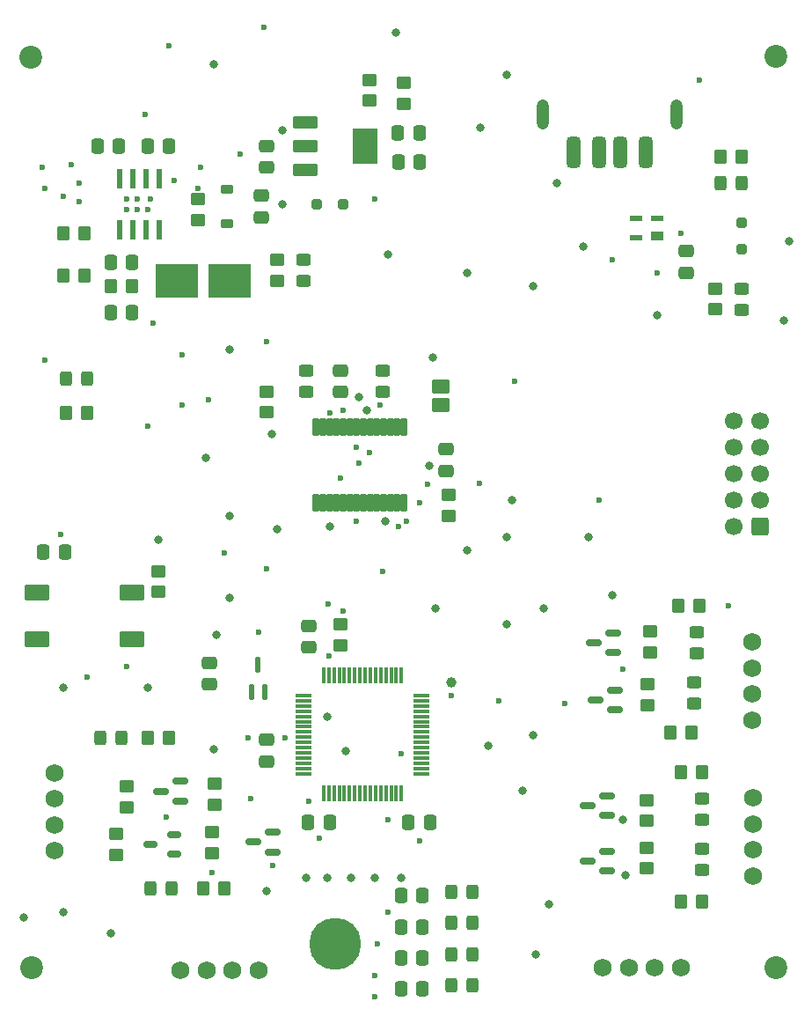
<source format=gts>
G04 #@! TF.GenerationSoftware,KiCad,Pcbnew,8.0.5*
G04 #@! TF.CreationDate,2024-10-23T16:05:06-04:00*
G04 #@! TF.ProjectId,PCB_Schematic,5043425f-5363-4686-956d-617469632e6b,rev?*
G04 #@! TF.SameCoordinates,Original*
G04 #@! TF.FileFunction,Soldermask,Top*
G04 #@! TF.FilePolarity,Negative*
%FSLAX46Y46*%
G04 Gerber Fmt 4.6, Leading zero omitted, Abs format (unit mm)*
G04 Created by KiCad (PCBNEW 8.0.5) date 2024-10-23 16:05:06*
%MOMM*%
%LPD*%
G01*
G04 APERTURE LIST*
G04 Aperture macros list*
%AMRoundRect*
0 Rectangle with rounded corners*
0 $1 Rounding radius*
0 $2 $3 $4 $5 $6 $7 $8 $9 X,Y pos of 4 corners*
0 Add a 4 corners polygon primitive as box body*
4,1,4,$2,$3,$4,$5,$6,$7,$8,$9,$2,$3,0*
0 Add four circle primitives for the rounded corners*
1,1,$1+$1,$2,$3*
1,1,$1+$1,$4,$5*
1,1,$1+$1,$6,$7*
1,1,$1+$1,$8,$9*
0 Add four rect primitives between the rounded corners*
20,1,$1+$1,$2,$3,$4,$5,0*
20,1,$1+$1,$4,$5,$6,$7,0*
20,1,$1+$1,$6,$7,$8,$9,0*
20,1,$1+$1,$8,$9,$2,$3,0*%
G04 Aperture macros list end*
%ADD10RoundRect,0.250000X0.350000X0.450000X-0.350000X0.450000X-0.350000X-0.450000X0.350000X-0.450000X0*%
%ADD11C,1.752600*%
%ADD12RoundRect,0.250000X0.337500X0.475000X-0.337500X0.475000X-0.337500X-0.475000X0.337500X-0.475000X0*%
%ADD13RoundRect,0.250000X-0.337500X-0.475000X0.337500X-0.475000X0.337500X0.475000X-0.337500X0.475000X0*%
%ADD14RoundRect,0.250000X-0.450000X0.350000X-0.450000X-0.350000X0.450000X-0.350000X0.450000X0.350000X0*%
%ADD15RoundRect,0.250000X0.250000X-0.250000X0.250000X0.250000X-0.250000X0.250000X-0.250000X-0.250000X0*%
%ADD16RoundRect,0.325000X0.325000X1.175000X-0.325000X1.175000X-0.325000X-1.175000X0.325000X-1.175000X0*%
%ADD17O,1.200000X2.900000*%
%ADD18RoundRect,0.250000X0.250000X0.250000X-0.250000X0.250000X-0.250000X-0.250000X0.250000X-0.250000X0*%
%ADD19RoundRect,0.150000X0.587500X0.150000X-0.587500X0.150000X-0.587500X-0.150000X0.587500X-0.150000X0*%
%ADD20RoundRect,0.250000X0.450000X-0.325000X0.450000X0.325000X-0.450000X0.325000X-0.450000X-0.325000X0*%
%ADD21RoundRect,0.250000X0.450000X-0.350000X0.450000X0.350000X-0.450000X0.350000X-0.450000X-0.350000X0*%
%ADD22RoundRect,0.225000X0.375000X-0.225000X0.375000X0.225000X-0.375000X0.225000X-0.375000X-0.225000X0*%
%ADD23R,1.168400X0.889000*%
%ADD24R,1.168400X0.482600*%
%ADD25RoundRect,0.250000X-0.475000X0.337500X-0.475000X-0.337500X0.475000X-0.337500X0.475000X0.337500X0*%
%ADD26RoundRect,0.250000X0.325000X0.450000X-0.325000X0.450000X-0.325000X-0.450000X0.325000X-0.450000X0*%
%ADD27R,4.165600X3.251200*%
%ADD28RoundRect,0.250000X-0.325000X-0.450000X0.325000X-0.450000X0.325000X0.450000X-0.325000X0.450000X0*%
%ADD29RoundRect,0.112500X-0.112500X-0.637500X0.112500X-0.637500X0.112500X0.637500X-0.112500X0.637500X0*%
%ADD30RoundRect,0.250000X0.600000X0.600000X-0.600000X0.600000X-0.600000X-0.600000X0.600000X-0.600000X0*%
%ADD31C,1.700000*%
%ADD32RoundRect,0.250000X0.475000X-0.337500X0.475000X0.337500X-0.475000X0.337500X-0.475000X-0.337500X0*%
%ADD33RoundRect,0.250000X-0.350000X-0.450000X0.350000X-0.450000X0.350000X0.450000X-0.350000X0.450000X0*%
%ADD34C,2.200000*%
%ADD35RoundRect,0.102000X-1.075000X-0.475000X1.075000X-0.475000X1.075000X0.475000X-1.075000X0.475000X0*%
%ADD36RoundRect,0.102000X-1.075000X-1.625000X1.075000X-1.625000X1.075000X1.625000X-1.075000X1.625000X0*%
%ADD37RoundRect,0.250000X-0.450000X0.325000X-0.450000X-0.325000X0.450000X-0.325000X0.450000X0.325000X0*%
%ADD38RoundRect,0.102000X1.050000X0.700000X-1.050000X0.700000X-1.050000X-0.700000X1.050000X-0.700000X0*%
%ADD39RoundRect,0.075000X-0.700000X-0.075000X0.700000X-0.075000X0.700000X0.075000X-0.700000X0.075000X0*%
%ADD40RoundRect,0.075000X-0.075000X-0.700000X0.075000X-0.700000X0.075000X0.700000X-0.075000X0.700000X0*%
%ADD41RoundRect,0.150000X0.512500X0.150000X-0.512500X0.150000X-0.512500X-0.150000X0.512500X-0.150000X0*%
%ADD42RoundRect,0.102000X-0.200000X-0.750000X0.200000X-0.750000X0.200000X0.750000X-0.200000X0.750000X0*%
%ADD43R,0.558800X1.981200*%
%ADD44RoundRect,0.102000X-0.735000X0.570000X-0.735000X-0.570000X0.735000X-0.570000X0.735000X0.570000X0*%
%ADD45C,0.600000*%
%ADD46C,0.800000*%
%ADD47C,5.000000*%
%ADD48C,1.000000*%
G04 APERTURE END LIST*
D10*
X160020000Y-45720000D03*
X158020000Y-45720000D03*
D11*
X161067597Y-99919200D03*
X161067597Y-97419200D03*
X161067597Y-94919200D03*
X161067597Y-92419200D03*
D12*
X129329000Y-116792000D03*
X127254000Y-116792000D03*
D10*
X97012000Y-70358000D03*
X95012000Y-70358000D03*
D13*
X99292500Y-55880000D03*
X101367500Y-55880000D03*
D14*
X157480000Y-58420000D03*
X157480000Y-60420000D03*
D15*
X160020000Y-54590000D03*
X160020000Y-52090000D03*
D16*
X150820000Y-45350000D03*
X148320000Y-45350000D03*
X146320000Y-45350000D03*
X143820000Y-45350000D03*
D17*
X153720000Y-41650000D03*
X140920000Y-41650000D03*
D11*
X161133000Y-114916000D03*
X161133000Y-112416000D03*
X161133000Y-109916000D03*
X161133000Y-107416000D03*
D18*
X121666000Y-50292000D03*
X119166000Y-50292000D03*
D19*
X147846500Y-98928000D03*
X147846500Y-97028000D03*
X145971500Y-97978000D03*
D20*
X160020000Y-60470000D03*
X160020000Y-58420000D03*
D21*
X99787500Y-112874500D03*
X99787500Y-110874500D03*
D22*
X110490000Y-52196000D03*
X110490000Y-48896000D03*
D13*
X127000000Y-46228000D03*
X129075000Y-46228000D03*
D23*
X151881400Y-53336800D03*
D24*
X151881400Y-51640000D03*
X149838600Y-51639999D03*
X149838600Y-53540001D03*
D12*
X100097500Y-44704000D03*
X98022500Y-44704000D03*
D19*
X114870500Y-112586500D03*
X114870500Y-110686500D03*
X112995500Y-111636500D03*
D25*
X121412000Y-66294000D03*
X121412000Y-68369000D03*
D26*
X105174000Y-116078000D03*
X103124000Y-116078000D03*
D21*
X100803500Y-108268500D03*
X100803500Y-106268500D03*
D27*
X105664000Y-57658000D03*
X110744000Y-57658000D03*
D28*
X132071000Y-116428000D03*
X134121000Y-116428000D03*
D10*
X156210000Y-117348000D03*
X154210000Y-117348000D03*
D26*
X100348000Y-101600000D03*
X98298000Y-101600000D03*
X97037000Y-67056000D03*
X94987000Y-67056000D03*
D12*
X129329000Y-122792000D03*
X127254000Y-122792000D03*
D29*
X112843000Y-97216000D03*
X114143000Y-97216000D03*
X113493000Y-94556000D03*
D30*
X161798000Y-81280000D03*
D31*
X159258000Y-81280000D03*
X161798000Y-78740000D03*
X159258000Y-78740000D03*
X161798000Y-76200000D03*
X159258000Y-76200000D03*
X161798000Y-73660000D03*
X159258000Y-73660000D03*
X161798000Y-71120000D03*
X159258000Y-71120000D03*
D32*
X118364000Y-92941000D03*
X118364000Y-90866000D03*
D10*
X156210000Y-104902000D03*
X154210000Y-104902000D03*
D12*
X120396000Y-109728000D03*
X118321000Y-109728000D03*
D33*
X99330000Y-58166000D03*
X101330000Y-58166000D03*
D25*
X108809000Y-94422000D03*
X108809000Y-96497000D03*
D11*
X113538000Y-123952000D03*
X111038000Y-123952000D03*
X108538000Y-123952000D03*
X106038000Y-123952000D03*
D34*
X91613000Y-36156000D03*
D35*
X118004000Y-42404000D03*
X118004000Y-44704000D03*
X118004000Y-47004000D03*
D36*
X123804000Y-44704000D03*
D20*
X156210000Y-114300000D03*
X156210000Y-112250000D03*
D10*
X96758000Y-53086000D03*
X94758000Y-53086000D03*
D34*
X163322000Y-123698000D03*
D11*
X93901500Y-104980500D03*
X93901500Y-107480500D03*
X93901500Y-109980500D03*
X93901500Y-112480500D03*
D28*
X132071000Y-119428000D03*
X134121000Y-119428000D03*
D33*
X94758000Y-57150000D03*
X96758000Y-57150000D03*
D14*
X114300000Y-68326000D03*
X114300000Y-70326000D03*
D37*
X155702000Y-91431000D03*
X155702000Y-93481000D03*
D32*
X114300000Y-103886000D03*
X114300000Y-101811000D03*
D12*
X129329000Y-119792000D03*
X127254000Y-119792000D03*
D38*
X101324000Y-92166000D03*
X101324000Y-87666000D03*
X92224000Y-92166000D03*
X92224000Y-87666000D03*
D37*
X156210000Y-107424000D03*
X156210000Y-109474000D03*
D34*
X163322000Y-36068000D03*
D21*
X121412000Y-92710000D03*
X121412000Y-90710000D03*
X131826000Y-80264000D03*
X131826000Y-78264000D03*
D12*
X129329000Y-125792000D03*
X127254000Y-125792000D03*
D39*
X117866000Y-97558000D03*
X117866000Y-98058000D03*
X117866000Y-98558000D03*
X117866000Y-99058000D03*
X117866000Y-99558000D03*
X117866000Y-100058000D03*
X117866000Y-100558000D03*
X117866000Y-101058000D03*
X117866000Y-101558000D03*
X117866000Y-102058000D03*
X117866000Y-102558000D03*
X117866000Y-103058000D03*
X117866000Y-103558000D03*
X117866000Y-104058000D03*
X117866000Y-104558000D03*
X117866000Y-105058000D03*
D40*
X119791000Y-106983000D03*
X120291000Y-106983000D03*
X120791000Y-106983000D03*
X121291000Y-106983000D03*
X121791000Y-106983000D03*
X122291000Y-106983000D03*
X122791000Y-106983000D03*
X123291000Y-106983000D03*
X123791000Y-106983000D03*
X124291000Y-106983000D03*
X124791000Y-106983000D03*
X125291000Y-106983000D03*
X125791000Y-106983000D03*
X126291000Y-106983000D03*
X126791000Y-106983000D03*
X127291000Y-106983000D03*
D39*
X129216000Y-105058000D03*
X129216000Y-104558000D03*
X129216000Y-104058000D03*
X129216000Y-103558000D03*
X129216000Y-103058000D03*
X129216000Y-102558000D03*
X129216000Y-102058000D03*
X129216000Y-101558000D03*
X129216000Y-101058000D03*
X129216000Y-100558000D03*
X129216000Y-100058000D03*
X129216000Y-99558000D03*
X129216000Y-99058000D03*
X129216000Y-98558000D03*
X129216000Y-98058000D03*
X129216000Y-97558000D03*
D40*
X127291000Y-95633000D03*
X126791000Y-95633000D03*
X126291000Y-95633000D03*
X125791000Y-95633000D03*
X125291000Y-95633000D03*
X124791000Y-95633000D03*
X124291000Y-95633000D03*
X123791000Y-95633000D03*
X123291000Y-95633000D03*
X122791000Y-95633000D03*
X122291000Y-95633000D03*
X121791000Y-95633000D03*
X121291000Y-95633000D03*
X120791000Y-95633000D03*
X120291000Y-95633000D03*
X119791000Y-95633000D03*
D19*
X147671000Y-93406000D03*
X147671000Y-91506000D03*
X145796000Y-92456000D03*
D32*
X113792000Y-51583500D03*
X113792000Y-49508500D03*
D14*
X103886000Y-85598000D03*
X103886000Y-87598000D03*
D41*
X105384000Y-112806500D03*
X105384000Y-110906500D03*
X103109000Y-111856500D03*
D21*
X109282500Y-108014500D03*
X109282500Y-106014500D03*
D11*
X154178000Y-123698000D03*
X151678000Y-123698000D03*
X149178000Y-123698000D03*
X146678000Y-123698000D03*
D21*
X109028500Y-112686500D03*
X109028500Y-110686500D03*
D19*
X105980500Y-107694500D03*
X105980500Y-105794500D03*
X104105500Y-106744500D03*
D13*
X127973000Y-109728000D03*
X130048000Y-109728000D03*
D14*
X115316000Y-55649000D03*
X115316000Y-57649000D03*
D28*
X157970000Y-48260000D03*
X160020000Y-48260000D03*
D14*
X150973000Y-96454000D03*
X150973000Y-98454000D03*
D37*
X125476000Y-66294000D03*
X125476000Y-68344000D03*
D25*
X131572000Y-73871000D03*
X131572000Y-75946000D03*
D10*
X155162000Y-101092000D03*
X153162000Y-101092000D03*
D32*
X154686000Y-56896000D03*
X154686000Y-54821000D03*
D33*
X108236000Y-116078000D03*
X110236000Y-116078000D03*
D20*
X117856000Y-57676000D03*
X117856000Y-55626000D03*
D10*
X155956000Y-88900000D03*
X153956000Y-88900000D03*
D13*
X126957000Y-43434000D03*
X129032000Y-43434000D03*
D28*
X132071000Y-125428000D03*
X134121000Y-125428000D03*
D34*
X91694000Y-123698000D03*
D33*
X102902000Y-101600000D03*
X104902000Y-101600000D03*
D13*
X102848500Y-44704000D03*
X104923500Y-44704000D03*
D25*
X114300000Y-44704000D03*
X114300000Y-46779000D03*
D13*
X92801000Y-83789000D03*
X94876000Y-83789000D03*
D42*
X119062000Y-78997000D03*
X119712000Y-78997000D03*
X120362000Y-78997000D03*
X121012000Y-78997000D03*
X121662000Y-78997000D03*
X122312000Y-78997000D03*
X122962000Y-78997000D03*
X123612000Y-78997000D03*
X124262000Y-78997000D03*
X124912000Y-78997000D03*
X125562000Y-78997000D03*
X126212000Y-78997000D03*
X126862000Y-78997000D03*
X127512000Y-78997000D03*
X127512000Y-71747000D03*
X126862000Y-71747000D03*
X126212000Y-71747000D03*
X125562000Y-71747000D03*
X124912000Y-71747000D03*
X124262000Y-71747000D03*
X123612000Y-71747000D03*
X122962000Y-71747000D03*
X122312000Y-71747000D03*
X121662000Y-71747000D03*
X121012000Y-71747000D03*
X120362000Y-71747000D03*
X119712000Y-71747000D03*
X119062000Y-71747000D03*
D43*
X104013000Y-47828200D03*
X102743000Y-47828200D03*
X101473000Y-47828200D03*
X100203000Y-47828200D03*
X100203000Y-52755800D03*
X101473000Y-52755800D03*
X102743000Y-52755800D03*
X104013000Y-52755800D03*
D19*
X147084500Y-114422000D03*
X147084500Y-112522000D03*
X145209500Y-113472000D03*
D21*
X127508000Y-40624000D03*
X127508000Y-38624000D03*
D44*
X131064000Y-67816000D03*
X131064000Y-69596000D03*
D20*
X155448000Y-98316000D03*
X155448000Y-96266000D03*
D21*
X150894500Y-109596000D03*
X150894500Y-107596000D03*
D19*
X147084500Y-109088000D03*
X147084500Y-107188000D03*
X145209500Y-108138000D03*
D14*
X150894500Y-112168000D03*
X150894500Y-114168000D03*
D28*
X132071000Y-122428000D03*
X134121000Y-122428000D03*
D21*
X151227000Y-93374000D03*
X151227000Y-91374000D03*
X124206000Y-40354000D03*
X124206000Y-38354000D03*
D13*
X99292500Y-60706000D03*
X101367500Y-60706000D03*
D20*
X118110000Y-68344000D03*
X118110000Y-66294000D03*
D21*
X107696000Y-51816000D03*
X107696000Y-49816000D03*
D45*
X132080000Y-97536000D03*
D46*
X137414000Y-37846000D03*
D45*
X151892000Y-56896000D03*
X147574000Y-55626000D03*
X125222000Y-69596000D03*
D46*
X145288000Y-82296000D03*
D45*
X122936000Y-73660000D03*
X118364000Y-107696000D03*
D46*
X133604000Y-56896000D03*
D45*
X124714000Y-124460000D03*
X114046000Y-33274000D03*
X92964000Y-48768000D03*
D46*
X164592000Y-53848000D03*
D45*
X120396000Y-70358000D03*
D46*
X147574000Y-87884000D03*
D45*
X148590000Y-94996000D03*
D46*
X133604000Y-83566000D03*
X103886000Y-82550000D03*
X125984000Y-55118000D03*
D45*
X111760000Y-45466000D03*
X108712000Y-69088000D03*
X114300000Y-85344000D03*
X100838000Y-50800000D03*
D46*
X151892000Y-60960000D03*
X130556000Y-89154000D03*
X94742000Y-96774000D03*
X139954000Y-58166000D03*
X108458000Y-74676000D03*
D45*
X100838000Y-94742000D03*
X101854000Y-50800000D03*
X114300000Y-63500000D03*
X109037500Y-114565500D03*
X113538000Y-91440000D03*
D46*
X110744000Y-88138000D03*
X148844000Y-114808000D03*
D45*
X112522000Y-101600000D03*
D46*
X134874000Y-42926000D03*
D45*
X104648000Y-109220000D03*
D46*
X164084000Y-61468000D03*
D45*
X96266000Y-48260000D03*
D46*
X137922000Y-78740000D03*
D45*
X121666000Y-70104000D03*
D46*
X144780000Y-54356000D03*
D45*
X100838000Y-49784000D03*
D46*
X102870000Y-96774000D03*
D45*
X103124000Y-49784000D03*
D46*
X141478000Y-117602000D03*
X130302000Y-65024000D03*
D45*
X124714000Y-126492000D03*
X154178000Y-53086000D03*
X107950000Y-46736000D03*
X94488000Y-82042000D03*
X102870000Y-50800000D03*
X134820000Y-77149000D03*
D46*
X109474000Y-91694000D03*
X123952000Y-70104000D03*
X137414000Y-82296000D03*
X138938000Y-106680000D03*
D45*
X121666000Y-89408000D03*
X120291000Y-93726000D03*
X116078000Y-101600000D03*
D46*
X99314000Y-120396000D03*
X90932000Y-118872000D03*
D45*
X155956000Y-38354000D03*
X92964000Y-65278000D03*
D46*
X137414000Y-90678000D03*
D45*
X119380000Y-111252000D03*
X103378000Y-61722000D03*
X158750000Y-88900000D03*
D46*
X94742000Y-118364000D03*
D45*
X101854000Y-49784000D03*
D46*
X110744000Y-64262000D03*
X140970000Y-89154000D03*
D45*
X129794000Y-77216000D03*
X129032000Y-111506000D03*
X97028000Y-95758000D03*
D46*
X110744000Y-80264000D03*
D45*
X114935000Y-113919000D03*
X122936000Y-80772000D03*
D46*
X142240000Y-48260000D03*
D45*
X94742000Y-49530000D03*
D46*
X126746000Y-33782000D03*
D45*
X102870000Y-71628000D03*
X110236000Y-83820000D03*
X106172000Y-64770000D03*
X96266000Y-50038000D03*
X95504000Y-46482000D03*
X104902000Y-35052000D03*
D46*
X114300000Y-116332000D03*
D45*
X125984000Y-118364000D03*
X138176000Y-67310000D03*
D46*
X115316000Y-81534000D03*
D45*
X106172000Y-69596000D03*
X92710000Y-46736000D03*
X124968000Y-121412000D03*
D47*
X120904000Y-121412000D03*
D46*
X140208000Y-122428000D03*
X148590000Y-109474000D03*
X109220000Y-36830000D03*
D45*
X125984000Y-109474000D03*
X102616000Y-41656000D03*
D46*
X120142000Y-99568000D03*
D48*
X132080000Y-96266000D03*
D46*
X121920000Y-102870000D03*
D45*
X124714000Y-49784000D03*
X127254000Y-103124000D03*
X146304000Y-78740000D03*
X107696000Y-48768000D03*
X105410000Y-48006000D03*
X121455000Y-76665000D03*
X123190000Y-75184000D03*
X120269000Y-88773000D03*
X125476000Y-85598000D03*
D46*
X115824000Y-43180000D03*
X115824000Y-50292000D03*
X109220000Y-102713456D03*
X135636000Y-102362000D03*
D45*
X143002000Y-98298000D03*
D46*
X139954000Y-101346000D03*
D45*
X136652000Y-98044000D03*
X112776000Y-107442000D03*
D46*
X122428000Y-115062000D03*
X118110000Y-115062000D03*
X127254000Y-115062000D03*
X124714000Y-115062000D03*
X120142000Y-115062000D03*
X120396000Y-81280000D03*
X125730000Y-80772000D03*
X114808000Y-72390000D03*
D45*
X124206000Y-74168000D03*
D46*
X130005000Y-75438000D03*
X123190000Y-68834000D03*
D45*
X129032000Y-78994000D03*
X127762000Y-80772000D03*
X127000000Y-81280000D03*
M02*

</source>
